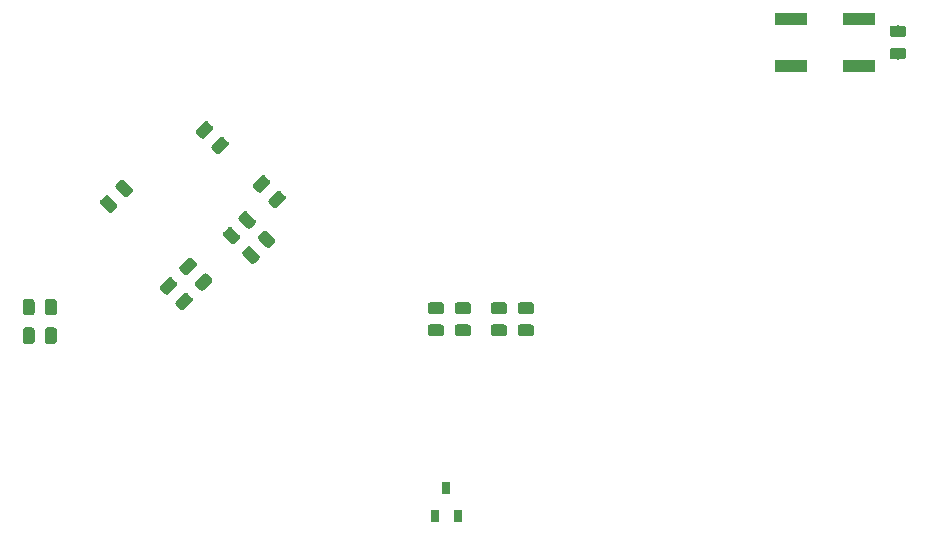
<source format=gbr>
G04 #@! TF.GenerationSoftware,KiCad,Pcbnew,(5.1.4)-1*
G04 #@! TF.CreationDate,2019-09-21T14:34:18-05:00*
G04 #@! TF.ProjectId,BPSDisplay,42505344-6973-4706-9c61-792e6b696361,rev?*
G04 #@! TF.SameCoordinates,Original*
G04 #@! TF.FileFunction,Paste,Bot*
G04 #@! TF.FilePolarity,Positive*
%FSLAX46Y46*%
G04 Gerber Fmt 4.6, Leading zero omitted, Abs format (unit mm)*
G04 Created by KiCad (PCBNEW (5.1.4)-1) date 2019-09-21 14:34:18*
%MOMM*%
%LPD*%
G04 APERTURE LIST*
%ADD10C,0.150000*%
%ADD11C,0.975000*%
%ADD12R,2.750000X1.000000*%
%ADD13R,0.700000X1.000000*%
G04 APERTURE END LIST*
D10*
G36*
X225475065Y-110936362D02*
G01*
X225498726Y-110939872D01*
X225521930Y-110945684D01*
X225544452Y-110953742D01*
X225566076Y-110963970D01*
X225586593Y-110976267D01*
X225605806Y-110990517D01*
X225623530Y-111006581D01*
X225968245Y-111351296D01*
X225984309Y-111369020D01*
X225998559Y-111388233D01*
X226010856Y-111408750D01*
X226021084Y-111430374D01*
X226029142Y-111452896D01*
X226034954Y-111476100D01*
X226038464Y-111499761D01*
X226039638Y-111523653D01*
X226038464Y-111547545D01*
X226034954Y-111571206D01*
X226029142Y-111594410D01*
X226021084Y-111616932D01*
X226010856Y-111638556D01*
X225998559Y-111659073D01*
X225984309Y-111678286D01*
X225968245Y-111696010D01*
X225323010Y-112341245D01*
X225305286Y-112357309D01*
X225286073Y-112371559D01*
X225265556Y-112383856D01*
X225243932Y-112394084D01*
X225221410Y-112402142D01*
X225198206Y-112407954D01*
X225174545Y-112411464D01*
X225150653Y-112412638D01*
X225126761Y-112411464D01*
X225103100Y-112407954D01*
X225079896Y-112402142D01*
X225057374Y-112394084D01*
X225035750Y-112383856D01*
X225015233Y-112371559D01*
X224996020Y-112357309D01*
X224978296Y-112341245D01*
X224633581Y-111996530D01*
X224617517Y-111978806D01*
X224603267Y-111959593D01*
X224590970Y-111939076D01*
X224580742Y-111917452D01*
X224572684Y-111894930D01*
X224566872Y-111871726D01*
X224563362Y-111848065D01*
X224562188Y-111824173D01*
X224563362Y-111800281D01*
X224566872Y-111776620D01*
X224572684Y-111753416D01*
X224580742Y-111730894D01*
X224590970Y-111709270D01*
X224603267Y-111688753D01*
X224617517Y-111669540D01*
X224633581Y-111651816D01*
X225278816Y-111006581D01*
X225296540Y-110990517D01*
X225315753Y-110976267D01*
X225336270Y-110963970D01*
X225357894Y-110953742D01*
X225380416Y-110945684D01*
X225403620Y-110939872D01*
X225427281Y-110936362D01*
X225451173Y-110935188D01*
X225475065Y-110936362D01*
X225475065Y-110936362D01*
G37*
D11*
X225300913Y-111673913D03*
D10*
G36*
X224149239Y-109610536D02*
G01*
X224172900Y-109614046D01*
X224196104Y-109619858D01*
X224218626Y-109627916D01*
X224240250Y-109638144D01*
X224260767Y-109650441D01*
X224279980Y-109664691D01*
X224297704Y-109680755D01*
X224642419Y-110025470D01*
X224658483Y-110043194D01*
X224672733Y-110062407D01*
X224685030Y-110082924D01*
X224695258Y-110104548D01*
X224703316Y-110127070D01*
X224709128Y-110150274D01*
X224712638Y-110173935D01*
X224713812Y-110197827D01*
X224712638Y-110221719D01*
X224709128Y-110245380D01*
X224703316Y-110268584D01*
X224695258Y-110291106D01*
X224685030Y-110312730D01*
X224672733Y-110333247D01*
X224658483Y-110352460D01*
X224642419Y-110370184D01*
X223997184Y-111015419D01*
X223979460Y-111031483D01*
X223960247Y-111045733D01*
X223939730Y-111058030D01*
X223918106Y-111068258D01*
X223895584Y-111076316D01*
X223872380Y-111082128D01*
X223848719Y-111085638D01*
X223824827Y-111086812D01*
X223800935Y-111085638D01*
X223777274Y-111082128D01*
X223754070Y-111076316D01*
X223731548Y-111068258D01*
X223709924Y-111058030D01*
X223689407Y-111045733D01*
X223670194Y-111031483D01*
X223652470Y-111015419D01*
X223307755Y-110670704D01*
X223291691Y-110652980D01*
X223277441Y-110633767D01*
X223265144Y-110613250D01*
X223254916Y-110591626D01*
X223246858Y-110569104D01*
X223241046Y-110545900D01*
X223237536Y-110522239D01*
X223236362Y-110498347D01*
X223237536Y-110474455D01*
X223241046Y-110450794D01*
X223246858Y-110427590D01*
X223254916Y-110405068D01*
X223265144Y-110383444D01*
X223277441Y-110362927D01*
X223291691Y-110343714D01*
X223307755Y-110325990D01*
X223952990Y-109680755D01*
X223970714Y-109664691D01*
X223989927Y-109650441D01*
X224010444Y-109638144D01*
X224032068Y-109627916D01*
X224054590Y-109619858D01*
X224077794Y-109614046D01*
X224101455Y-109610536D01*
X224125347Y-109609362D01*
X224149239Y-109610536D01*
X224149239Y-109610536D01*
G37*
D11*
X223975087Y-110348087D03*
D10*
G36*
X217601065Y-119572362D02*
G01*
X217624726Y-119575872D01*
X217647930Y-119581684D01*
X217670452Y-119589742D01*
X217692076Y-119599970D01*
X217712593Y-119612267D01*
X217731806Y-119626517D01*
X217749530Y-119642581D01*
X218094245Y-119987296D01*
X218110309Y-120005020D01*
X218124559Y-120024233D01*
X218136856Y-120044750D01*
X218147084Y-120066374D01*
X218155142Y-120088896D01*
X218160954Y-120112100D01*
X218164464Y-120135761D01*
X218165638Y-120159653D01*
X218164464Y-120183545D01*
X218160954Y-120207206D01*
X218155142Y-120230410D01*
X218147084Y-120252932D01*
X218136856Y-120274556D01*
X218124559Y-120295073D01*
X218110309Y-120314286D01*
X218094245Y-120332010D01*
X217449010Y-120977245D01*
X217431286Y-120993309D01*
X217412073Y-121007559D01*
X217391556Y-121019856D01*
X217369932Y-121030084D01*
X217347410Y-121038142D01*
X217324206Y-121043954D01*
X217300545Y-121047464D01*
X217276653Y-121048638D01*
X217252761Y-121047464D01*
X217229100Y-121043954D01*
X217205896Y-121038142D01*
X217183374Y-121030084D01*
X217161750Y-121019856D01*
X217141233Y-121007559D01*
X217122020Y-120993309D01*
X217104296Y-120977245D01*
X216759581Y-120632530D01*
X216743517Y-120614806D01*
X216729267Y-120595593D01*
X216716970Y-120575076D01*
X216706742Y-120553452D01*
X216698684Y-120530930D01*
X216692872Y-120507726D01*
X216689362Y-120484065D01*
X216688188Y-120460173D01*
X216689362Y-120436281D01*
X216692872Y-120412620D01*
X216698684Y-120389416D01*
X216706742Y-120366894D01*
X216716970Y-120345270D01*
X216729267Y-120324753D01*
X216743517Y-120305540D01*
X216759581Y-120287816D01*
X217404816Y-119642581D01*
X217422540Y-119626517D01*
X217441753Y-119612267D01*
X217462270Y-119599970D01*
X217483894Y-119589742D01*
X217506416Y-119581684D01*
X217529620Y-119575872D01*
X217553281Y-119572362D01*
X217577173Y-119571188D01*
X217601065Y-119572362D01*
X217601065Y-119572362D01*
G37*
D11*
X217426913Y-120309913D03*
D10*
G36*
X216275239Y-118246536D02*
G01*
X216298900Y-118250046D01*
X216322104Y-118255858D01*
X216344626Y-118263916D01*
X216366250Y-118274144D01*
X216386767Y-118286441D01*
X216405980Y-118300691D01*
X216423704Y-118316755D01*
X216768419Y-118661470D01*
X216784483Y-118679194D01*
X216798733Y-118698407D01*
X216811030Y-118718924D01*
X216821258Y-118740548D01*
X216829316Y-118763070D01*
X216835128Y-118786274D01*
X216838638Y-118809935D01*
X216839812Y-118833827D01*
X216838638Y-118857719D01*
X216835128Y-118881380D01*
X216829316Y-118904584D01*
X216821258Y-118927106D01*
X216811030Y-118948730D01*
X216798733Y-118969247D01*
X216784483Y-118988460D01*
X216768419Y-119006184D01*
X216123184Y-119651419D01*
X216105460Y-119667483D01*
X216086247Y-119681733D01*
X216065730Y-119694030D01*
X216044106Y-119704258D01*
X216021584Y-119712316D01*
X215998380Y-119718128D01*
X215974719Y-119721638D01*
X215950827Y-119722812D01*
X215926935Y-119721638D01*
X215903274Y-119718128D01*
X215880070Y-119712316D01*
X215857548Y-119704258D01*
X215835924Y-119694030D01*
X215815407Y-119681733D01*
X215796194Y-119667483D01*
X215778470Y-119651419D01*
X215433755Y-119306704D01*
X215417691Y-119288980D01*
X215403441Y-119269767D01*
X215391144Y-119249250D01*
X215380916Y-119227626D01*
X215372858Y-119205104D01*
X215367046Y-119181900D01*
X215363536Y-119158239D01*
X215362362Y-119134347D01*
X215363536Y-119110455D01*
X215367046Y-119086794D01*
X215372858Y-119063590D01*
X215380916Y-119041068D01*
X215391144Y-119019444D01*
X215403441Y-118998927D01*
X215417691Y-118979714D01*
X215433755Y-118961990D01*
X216078990Y-118316755D01*
X216096714Y-118300691D01*
X216115927Y-118286441D01*
X216136444Y-118274144D01*
X216158068Y-118263916D01*
X216180590Y-118255858D01*
X216203794Y-118250046D01*
X216227455Y-118246536D01*
X216251347Y-118245362D01*
X216275239Y-118246536D01*
X216275239Y-118246536D01*
G37*
D11*
X216101087Y-118984087D03*
D10*
G36*
X219323239Y-105038536D02*
G01*
X219346900Y-105042046D01*
X219370104Y-105047858D01*
X219392626Y-105055916D01*
X219414250Y-105066144D01*
X219434767Y-105078441D01*
X219453980Y-105092691D01*
X219471704Y-105108755D01*
X219816419Y-105453470D01*
X219832483Y-105471194D01*
X219846733Y-105490407D01*
X219859030Y-105510924D01*
X219869258Y-105532548D01*
X219877316Y-105555070D01*
X219883128Y-105578274D01*
X219886638Y-105601935D01*
X219887812Y-105625827D01*
X219886638Y-105649719D01*
X219883128Y-105673380D01*
X219877316Y-105696584D01*
X219869258Y-105719106D01*
X219859030Y-105740730D01*
X219846733Y-105761247D01*
X219832483Y-105780460D01*
X219816419Y-105798184D01*
X219171184Y-106443419D01*
X219153460Y-106459483D01*
X219134247Y-106473733D01*
X219113730Y-106486030D01*
X219092106Y-106496258D01*
X219069584Y-106504316D01*
X219046380Y-106510128D01*
X219022719Y-106513638D01*
X218998827Y-106514812D01*
X218974935Y-106513638D01*
X218951274Y-106510128D01*
X218928070Y-106504316D01*
X218905548Y-106496258D01*
X218883924Y-106486030D01*
X218863407Y-106473733D01*
X218844194Y-106459483D01*
X218826470Y-106443419D01*
X218481755Y-106098704D01*
X218465691Y-106080980D01*
X218451441Y-106061767D01*
X218439144Y-106041250D01*
X218428916Y-106019626D01*
X218420858Y-105997104D01*
X218415046Y-105973900D01*
X218411536Y-105950239D01*
X218410362Y-105926347D01*
X218411536Y-105902455D01*
X218415046Y-105878794D01*
X218420858Y-105855590D01*
X218428916Y-105833068D01*
X218439144Y-105811444D01*
X218451441Y-105790927D01*
X218465691Y-105771714D01*
X218481755Y-105753990D01*
X219126990Y-105108755D01*
X219144714Y-105092691D01*
X219163927Y-105078441D01*
X219184444Y-105066144D01*
X219206068Y-105055916D01*
X219228590Y-105047858D01*
X219251794Y-105042046D01*
X219275455Y-105038536D01*
X219299347Y-105037362D01*
X219323239Y-105038536D01*
X219323239Y-105038536D01*
G37*
D11*
X219149087Y-105776087D03*
D10*
G36*
X220649065Y-106364362D02*
G01*
X220672726Y-106367872D01*
X220695930Y-106373684D01*
X220718452Y-106381742D01*
X220740076Y-106391970D01*
X220760593Y-106404267D01*
X220779806Y-106418517D01*
X220797530Y-106434581D01*
X221142245Y-106779296D01*
X221158309Y-106797020D01*
X221172559Y-106816233D01*
X221184856Y-106836750D01*
X221195084Y-106858374D01*
X221203142Y-106880896D01*
X221208954Y-106904100D01*
X221212464Y-106927761D01*
X221213638Y-106951653D01*
X221212464Y-106975545D01*
X221208954Y-106999206D01*
X221203142Y-107022410D01*
X221195084Y-107044932D01*
X221184856Y-107066556D01*
X221172559Y-107087073D01*
X221158309Y-107106286D01*
X221142245Y-107124010D01*
X220497010Y-107769245D01*
X220479286Y-107785309D01*
X220460073Y-107799559D01*
X220439556Y-107811856D01*
X220417932Y-107822084D01*
X220395410Y-107830142D01*
X220372206Y-107835954D01*
X220348545Y-107839464D01*
X220324653Y-107840638D01*
X220300761Y-107839464D01*
X220277100Y-107835954D01*
X220253896Y-107830142D01*
X220231374Y-107822084D01*
X220209750Y-107811856D01*
X220189233Y-107799559D01*
X220170020Y-107785309D01*
X220152296Y-107769245D01*
X219807581Y-107424530D01*
X219791517Y-107406806D01*
X219777267Y-107387593D01*
X219764970Y-107367076D01*
X219754742Y-107345452D01*
X219746684Y-107322930D01*
X219740872Y-107299726D01*
X219737362Y-107276065D01*
X219736188Y-107252173D01*
X219737362Y-107228281D01*
X219740872Y-107204620D01*
X219746684Y-107181416D01*
X219754742Y-107158894D01*
X219764970Y-107137270D01*
X219777267Y-107116753D01*
X219791517Y-107097540D01*
X219807581Y-107079816D01*
X220452816Y-106434581D01*
X220470540Y-106418517D01*
X220489753Y-106404267D01*
X220510270Y-106391970D01*
X220531894Y-106381742D01*
X220554416Y-106373684D01*
X220577620Y-106367872D01*
X220601281Y-106364362D01*
X220625173Y-106363188D01*
X220649065Y-106364362D01*
X220649065Y-106364362D01*
G37*
D11*
X220474913Y-107101913D03*
D10*
G36*
X210894719Y-111317362D02*
G01*
X210918380Y-111320872D01*
X210941584Y-111326684D01*
X210964106Y-111334742D01*
X210985730Y-111344970D01*
X211006247Y-111357267D01*
X211025460Y-111371517D01*
X211043184Y-111387581D01*
X211688419Y-112032816D01*
X211704483Y-112050540D01*
X211718733Y-112069753D01*
X211731030Y-112090270D01*
X211741258Y-112111894D01*
X211749316Y-112134416D01*
X211755128Y-112157620D01*
X211758638Y-112181281D01*
X211759812Y-112205173D01*
X211758638Y-112229065D01*
X211755128Y-112252726D01*
X211749316Y-112275930D01*
X211741258Y-112298452D01*
X211731030Y-112320076D01*
X211718733Y-112340593D01*
X211704483Y-112359806D01*
X211688419Y-112377530D01*
X211343704Y-112722245D01*
X211325980Y-112738309D01*
X211306767Y-112752559D01*
X211286250Y-112764856D01*
X211264626Y-112775084D01*
X211242104Y-112783142D01*
X211218900Y-112788954D01*
X211195239Y-112792464D01*
X211171347Y-112793638D01*
X211147455Y-112792464D01*
X211123794Y-112788954D01*
X211100590Y-112783142D01*
X211078068Y-112775084D01*
X211056444Y-112764856D01*
X211035927Y-112752559D01*
X211016714Y-112738309D01*
X210998990Y-112722245D01*
X210353755Y-112077010D01*
X210337691Y-112059286D01*
X210323441Y-112040073D01*
X210311144Y-112019556D01*
X210300916Y-111997932D01*
X210292858Y-111975410D01*
X210287046Y-111952206D01*
X210283536Y-111928545D01*
X210282362Y-111904653D01*
X210283536Y-111880761D01*
X210287046Y-111857100D01*
X210292858Y-111833896D01*
X210300916Y-111811374D01*
X210311144Y-111789750D01*
X210323441Y-111769233D01*
X210337691Y-111750020D01*
X210353755Y-111732296D01*
X210698470Y-111387581D01*
X210716194Y-111371517D01*
X210735407Y-111357267D01*
X210755924Y-111344970D01*
X210777548Y-111334742D01*
X210800070Y-111326684D01*
X210823274Y-111320872D01*
X210846935Y-111317362D01*
X210870827Y-111316188D01*
X210894719Y-111317362D01*
X210894719Y-111317362D01*
G37*
D11*
X211021087Y-112054913D03*
D10*
G36*
X212220545Y-109991536D02*
G01*
X212244206Y-109995046D01*
X212267410Y-110000858D01*
X212289932Y-110008916D01*
X212311556Y-110019144D01*
X212332073Y-110031441D01*
X212351286Y-110045691D01*
X212369010Y-110061755D01*
X213014245Y-110706990D01*
X213030309Y-110724714D01*
X213044559Y-110743927D01*
X213056856Y-110764444D01*
X213067084Y-110786068D01*
X213075142Y-110808590D01*
X213080954Y-110831794D01*
X213084464Y-110855455D01*
X213085638Y-110879347D01*
X213084464Y-110903239D01*
X213080954Y-110926900D01*
X213075142Y-110950104D01*
X213067084Y-110972626D01*
X213056856Y-110994250D01*
X213044559Y-111014767D01*
X213030309Y-111033980D01*
X213014245Y-111051704D01*
X212669530Y-111396419D01*
X212651806Y-111412483D01*
X212632593Y-111426733D01*
X212612076Y-111439030D01*
X212590452Y-111449258D01*
X212567930Y-111457316D01*
X212544726Y-111463128D01*
X212521065Y-111466638D01*
X212497173Y-111467812D01*
X212473281Y-111466638D01*
X212449620Y-111463128D01*
X212426416Y-111457316D01*
X212403894Y-111449258D01*
X212382270Y-111439030D01*
X212361753Y-111426733D01*
X212342540Y-111412483D01*
X212324816Y-111396419D01*
X211679581Y-110751184D01*
X211663517Y-110733460D01*
X211649267Y-110714247D01*
X211636970Y-110693730D01*
X211626742Y-110672106D01*
X211618684Y-110649584D01*
X211612872Y-110626380D01*
X211609362Y-110602719D01*
X211608188Y-110578827D01*
X211609362Y-110554935D01*
X211612872Y-110531274D01*
X211618684Y-110508070D01*
X211626742Y-110485548D01*
X211636970Y-110463924D01*
X211649267Y-110443407D01*
X211663517Y-110424194D01*
X211679581Y-110406470D01*
X212024296Y-110061755D01*
X212042020Y-110045691D01*
X212061233Y-110031441D01*
X212081750Y-110019144D01*
X212103374Y-110008916D01*
X212125896Y-110000858D01*
X212149100Y-109995046D01*
X212172761Y-109991536D01*
X212196653Y-109990362D01*
X212220545Y-109991536D01*
X212220545Y-109991536D01*
G37*
D11*
X212346913Y-110729087D03*
D10*
G36*
X219252065Y-117921362D02*
G01*
X219275726Y-117924872D01*
X219298930Y-117930684D01*
X219321452Y-117938742D01*
X219343076Y-117948970D01*
X219363593Y-117961267D01*
X219382806Y-117975517D01*
X219400530Y-117991581D01*
X219745245Y-118336296D01*
X219761309Y-118354020D01*
X219775559Y-118373233D01*
X219787856Y-118393750D01*
X219798084Y-118415374D01*
X219806142Y-118437896D01*
X219811954Y-118461100D01*
X219815464Y-118484761D01*
X219816638Y-118508653D01*
X219815464Y-118532545D01*
X219811954Y-118556206D01*
X219806142Y-118579410D01*
X219798084Y-118601932D01*
X219787856Y-118623556D01*
X219775559Y-118644073D01*
X219761309Y-118663286D01*
X219745245Y-118681010D01*
X219100010Y-119326245D01*
X219082286Y-119342309D01*
X219063073Y-119356559D01*
X219042556Y-119368856D01*
X219020932Y-119379084D01*
X218998410Y-119387142D01*
X218975206Y-119392954D01*
X218951545Y-119396464D01*
X218927653Y-119397638D01*
X218903761Y-119396464D01*
X218880100Y-119392954D01*
X218856896Y-119387142D01*
X218834374Y-119379084D01*
X218812750Y-119368856D01*
X218792233Y-119356559D01*
X218773020Y-119342309D01*
X218755296Y-119326245D01*
X218410581Y-118981530D01*
X218394517Y-118963806D01*
X218380267Y-118944593D01*
X218367970Y-118924076D01*
X218357742Y-118902452D01*
X218349684Y-118879930D01*
X218343872Y-118856726D01*
X218340362Y-118833065D01*
X218339188Y-118809173D01*
X218340362Y-118785281D01*
X218343872Y-118761620D01*
X218349684Y-118738416D01*
X218357742Y-118715894D01*
X218367970Y-118694270D01*
X218380267Y-118673753D01*
X218394517Y-118654540D01*
X218410581Y-118636816D01*
X219055816Y-117991581D01*
X219073540Y-117975517D01*
X219092753Y-117961267D01*
X219113270Y-117948970D01*
X219134894Y-117938742D01*
X219157416Y-117930684D01*
X219180620Y-117924872D01*
X219204281Y-117921362D01*
X219228173Y-117920188D01*
X219252065Y-117921362D01*
X219252065Y-117921362D01*
G37*
D11*
X219077913Y-118658913D03*
D10*
G36*
X217926239Y-116595536D02*
G01*
X217949900Y-116599046D01*
X217973104Y-116604858D01*
X217995626Y-116612916D01*
X218017250Y-116623144D01*
X218037767Y-116635441D01*
X218056980Y-116649691D01*
X218074704Y-116665755D01*
X218419419Y-117010470D01*
X218435483Y-117028194D01*
X218449733Y-117047407D01*
X218462030Y-117067924D01*
X218472258Y-117089548D01*
X218480316Y-117112070D01*
X218486128Y-117135274D01*
X218489638Y-117158935D01*
X218490812Y-117182827D01*
X218489638Y-117206719D01*
X218486128Y-117230380D01*
X218480316Y-117253584D01*
X218472258Y-117276106D01*
X218462030Y-117297730D01*
X218449733Y-117318247D01*
X218435483Y-117337460D01*
X218419419Y-117355184D01*
X217774184Y-118000419D01*
X217756460Y-118016483D01*
X217737247Y-118030733D01*
X217716730Y-118043030D01*
X217695106Y-118053258D01*
X217672584Y-118061316D01*
X217649380Y-118067128D01*
X217625719Y-118070638D01*
X217601827Y-118071812D01*
X217577935Y-118070638D01*
X217554274Y-118067128D01*
X217531070Y-118061316D01*
X217508548Y-118053258D01*
X217486924Y-118043030D01*
X217466407Y-118030733D01*
X217447194Y-118016483D01*
X217429470Y-118000419D01*
X217084755Y-117655704D01*
X217068691Y-117637980D01*
X217054441Y-117618767D01*
X217042144Y-117598250D01*
X217031916Y-117576626D01*
X217023858Y-117554104D01*
X217018046Y-117530900D01*
X217014536Y-117507239D01*
X217013362Y-117483347D01*
X217014536Y-117459455D01*
X217018046Y-117435794D01*
X217023858Y-117412590D01*
X217031916Y-117390068D01*
X217042144Y-117368444D01*
X217054441Y-117347927D01*
X217068691Y-117328714D01*
X217084755Y-117310990D01*
X217729990Y-116665755D01*
X217747714Y-116649691D01*
X217766927Y-116635441D01*
X217787444Y-116623144D01*
X217809068Y-116612916D01*
X217831590Y-116604858D01*
X217854794Y-116599046D01*
X217878455Y-116595536D01*
X217902347Y-116594362D01*
X217926239Y-116595536D01*
X217926239Y-116595536D01*
G37*
D11*
X217752087Y-117333087D03*
D10*
G36*
X222959719Y-115635362D02*
G01*
X222983380Y-115638872D01*
X223006584Y-115644684D01*
X223029106Y-115652742D01*
X223050730Y-115662970D01*
X223071247Y-115675267D01*
X223090460Y-115689517D01*
X223108184Y-115705581D01*
X223753419Y-116350816D01*
X223769483Y-116368540D01*
X223783733Y-116387753D01*
X223796030Y-116408270D01*
X223806258Y-116429894D01*
X223814316Y-116452416D01*
X223820128Y-116475620D01*
X223823638Y-116499281D01*
X223824812Y-116523173D01*
X223823638Y-116547065D01*
X223820128Y-116570726D01*
X223814316Y-116593930D01*
X223806258Y-116616452D01*
X223796030Y-116638076D01*
X223783733Y-116658593D01*
X223769483Y-116677806D01*
X223753419Y-116695530D01*
X223408704Y-117040245D01*
X223390980Y-117056309D01*
X223371767Y-117070559D01*
X223351250Y-117082856D01*
X223329626Y-117093084D01*
X223307104Y-117101142D01*
X223283900Y-117106954D01*
X223260239Y-117110464D01*
X223236347Y-117111638D01*
X223212455Y-117110464D01*
X223188794Y-117106954D01*
X223165590Y-117101142D01*
X223143068Y-117093084D01*
X223121444Y-117082856D01*
X223100927Y-117070559D01*
X223081714Y-117056309D01*
X223063990Y-117040245D01*
X222418755Y-116395010D01*
X222402691Y-116377286D01*
X222388441Y-116358073D01*
X222376144Y-116337556D01*
X222365916Y-116315932D01*
X222357858Y-116293410D01*
X222352046Y-116270206D01*
X222348536Y-116246545D01*
X222347362Y-116222653D01*
X222348536Y-116198761D01*
X222352046Y-116175100D01*
X222357858Y-116151896D01*
X222365916Y-116129374D01*
X222376144Y-116107750D01*
X222388441Y-116087233D01*
X222402691Y-116068020D01*
X222418755Y-116050296D01*
X222763470Y-115705581D01*
X222781194Y-115689517D01*
X222800407Y-115675267D01*
X222820924Y-115662970D01*
X222842548Y-115652742D01*
X222865070Y-115644684D01*
X222888274Y-115638872D01*
X222911935Y-115635362D01*
X222935827Y-115634188D01*
X222959719Y-115635362D01*
X222959719Y-115635362D01*
G37*
D11*
X223086087Y-116372913D03*
D10*
G36*
X224285545Y-114309536D02*
G01*
X224309206Y-114313046D01*
X224332410Y-114318858D01*
X224354932Y-114326916D01*
X224376556Y-114337144D01*
X224397073Y-114349441D01*
X224416286Y-114363691D01*
X224434010Y-114379755D01*
X225079245Y-115024990D01*
X225095309Y-115042714D01*
X225109559Y-115061927D01*
X225121856Y-115082444D01*
X225132084Y-115104068D01*
X225140142Y-115126590D01*
X225145954Y-115149794D01*
X225149464Y-115173455D01*
X225150638Y-115197347D01*
X225149464Y-115221239D01*
X225145954Y-115244900D01*
X225140142Y-115268104D01*
X225132084Y-115290626D01*
X225121856Y-115312250D01*
X225109559Y-115332767D01*
X225095309Y-115351980D01*
X225079245Y-115369704D01*
X224734530Y-115714419D01*
X224716806Y-115730483D01*
X224697593Y-115744733D01*
X224677076Y-115757030D01*
X224655452Y-115767258D01*
X224632930Y-115775316D01*
X224609726Y-115781128D01*
X224586065Y-115784638D01*
X224562173Y-115785812D01*
X224538281Y-115784638D01*
X224514620Y-115781128D01*
X224491416Y-115775316D01*
X224468894Y-115767258D01*
X224447270Y-115757030D01*
X224426753Y-115744733D01*
X224407540Y-115730483D01*
X224389816Y-115714419D01*
X223744581Y-115069184D01*
X223728517Y-115051460D01*
X223714267Y-115032247D01*
X223701970Y-115011730D01*
X223691742Y-114990106D01*
X223683684Y-114967584D01*
X223677872Y-114944380D01*
X223674362Y-114920719D01*
X223673188Y-114896827D01*
X223674362Y-114872935D01*
X223677872Y-114849274D01*
X223683684Y-114826070D01*
X223691742Y-114803548D01*
X223701970Y-114781924D01*
X223714267Y-114761407D01*
X223728517Y-114742194D01*
X223744581Y-114724470D01*
X224089296Y-114379755D01*
X224107020Y-114363691D01*
X224126233Y-114349441D01*
X224146750Y-114337144D01*
X224168374Y-114326916D01*
X224190896Y-114318858D01*
X224214100Y-114313046D01*
X224237761Y-114309536D01*
X224261653Y-114308362D01*
X224285545Y-114309536D01*
X224285545Y-114309536D01*
G37*
D11*
X224411913Y-115047087D03*
D10*
G36*
X222634545Y-112658536D02*
G01*
X222658206Y-112662046D01*
X222681410Y-112667858D01*
X222703932Y-112675916D01*
X222725556Y-112686144D01*
X222746073Y-112698441D01*
X222765286Y-112712691D01*
X222783010Y-112728755D01*
X223428245Y-113373990D01*
X223444309Y-113391714D01*
X223458559Y-113410927D01*
X223470856Y-113431444D01*
X223481084Y-113453068D01*
X223489142Y-113475590D01*
X223494954Y-113498794D01*
X223498464Y-113522455D01*
X223499638Y-113546347D01*
X223498464Y-113570239D01*
X223494954Y-113593900D01*
X223489142Y-113617104D01*
X223481084Y-113639626D01*
X223470856Y-113661250D01*
X223458559Y-113681767D01*
X223444309Y-113700980D01*
X223428245Y-113718704D01*
X223083530Y-114063419D01*
X223065806Y-114079483D01*
X223046593Y-114093733D01*
X223026076Y-114106030D01*
X223004452Y-114116258D01*
X222981930Y-114124316D01*
X222958726Y-114130128D01*
X222935065Y-114133638D01*
X222911173Y-114134812D01*
X222887281Y-114133638D01*
X222863620Y-114130128D01*
X222840416Y-114124316D01*
X222817894Y-114116258D01*
X222796270Y-114106030D01*
X222775753Y-114093733D01*
X222756540Y-114079483D01*
X222738816Y-114063419D01*
X222093581Y-113418184D01*
X222077517Y-113400460D01*
X222063267Y-113381247D01*
X222050970Y-113360730D01*
X222040742Y-113339106D01*
X222032684Y-113316584D01*
X222026872Y-113293380D01*
X222023362Y-113269719D01*
X222022188Y-113245827D01*
X222023362Y-113221935D01*
X222026872Y-113198274D01*
X222032684Y-113175070D01*
X222040742Y-113152548D01*
X222050970Y-113130924D01*
X222063267Y-113110407D01*
X222077517Y-113091194D01*
X222093581Y-113073470D01*
X222438296Y-112728755D01*
X222456020Y-112712691D01*
X222475233Y-112698441D01*
X222495750Y-112686144D01*
X222517374Y-112675916D01*
X222539896Y-112667858D01*
X222563100Y-112662046D01*
X222586761Y-112658536D01*
X222610653Y-112657362D01*
X222634545Y-112658536D01*
X222634545Y-112658536D01*
G37*
D11*
X222760913Y-113396087D03*
D10*
G36*
X221308719Y-113984362D02*
G01*
X221332380Y-113987872D01*
X221355584Y-113993684D01*
X221378106Y-114001742D01*
X221399730Y-114011970D01*
X221420247Y-114024267D01*
X221439460Y-114038517D01*
X221457184Y-114054581D01*
X222102419Y-114699816D01*
X222118483Y-114717540D01*
X222132733Y-114736753D01*
X222145030Y-114757270D01*
X222155258Y-114778894D01*
X222163316Y-114801416D01*
X222169128Y-114824620D01*
X222172638Y-114848281D01*
X222173812Y-114872173D01*
X222172638Y-114896065D01*
X222169128Y-114919726D01*
X222163316Y-114942930D01*
X222155258Y-114965452D01*
X222145030Y-114987076D01*
X222132733Y-115007593D01*
X222118483Y-115026806D01*
X222102419Y-115044530D01*
X221757704Y-115389245D01*
X221739980Y-115405309D01*
X221720767Y-115419559D01*
X221700250Y-115431856D01*
X221678626Y-115442084D01*
X221656104Y-115450142D01*
X221632900Y-115455954D01*
X221609239Y-115459464D01*
X221585347Y-115460638D01*
X221561455Y-115459464D01*
X221537794Y-115455954D01*
X221514590Y-115450142D01*
X221492068Y-115442084D01*
X221470444Y-115431856D01*
X221449927Y-115419559D01*
X221430714Y-115405309D01*
X221412990Y-115389245D01*
X220767755Y-114744010D01*
X220751691Y-114726286D01*
X220737441Y-114707073D01*
X220725144Y-114686556D01*
X220714916Y-114664932D01*
X220706858Y-114642410D01*
X220701046Y-114619206D01*
X220697536Y-114595545D01*
X220696362Y-114571653D01*
X220697536Y-114547761D01*
X220701046Y-114524100D01*
X220706858Y-114500896D01*
X220714916Y-114478374D01*
X220725144Y-114456750D01*
X220737441Y-114436233D01*
X220751691Y-114417020D01*
X220767755Y-114399296D01*
X221112470Y-114054581D01*
X221130194Y-114038517D01*
X221149407Y-114024267D01*
X221169924Y-114011970D01*
X221191548Y-114001742D01*
X221214070Y-113993684D01*
X221237274Y-113987872D01*
X221260935Y-113984362D01*
X221284827Y-113983188D01*
X221308719Y-113984362D01*
X221308719Y-113984362D01*
G37*
D11*
X221435087Y-114721913D03*
D10*
G36*
X278327542Y-96952574D02*
G01*
X278351203Y-96956084D01*
X278374407Y-96961896D01*
X278396929Y-96969954D01*
X278418553Y-96980182D01*
X278439070Y-96992479D01*
X278458283Y-97006729D01*
X278476007Y-97022793D01*
X278492071Y-97040517D01*
X278506321Y-97059730D01*
X278518618Y-97080247D01*
X278528846Y-97101871D01*
X278536904Y-97124393D01*
X278542716Y-97147597D01*
X278546226Y-97171258D01*
X278547400Y-97195150D01*
X278547400Y-97682650D01*
X278546226Y-97706542D01*
X278542716Y-97730203D01*
X278536904Y-97753407D01*
X278528846Y-97775929D01*
X278518618Y-97797553D01*
X278506321Y-97818070D01*
X278492071Y-97837283D01*
X278476007Y-97855007D01*
X278458283Y-97871071D01*
X278439070Y-97885321D01*
X278418553Y-97897618D01*
X278396929Y-97907846D01*
X278374407Y-97915904D01*
X278351203Y-97921716D01*
X278327542Y-97925226D01*
X278303650Y-97926400D01*
X277391150Y-97926400D01*
X277367258Y-97925226D01*
X277343597Y-97921716D01*
X277320393Y-97915904D01*
X277297871Y-97907846D01*
X277276247Y-97897618D01*
X277255730Y-97885321D01*
X277236517Y-97871071D01*
X277218793Y-97855007D01*
X277202729Y-97837283D01*
X277188479Y-97818070D01*
X277176182Y-97797553D01*
X277165954Y-97775929D01*
X277157896Y-97753407D01*
X277152084Y-97730203D01*
X277148574Y-97706542D01*
X277147400Y-97682650D01*
X277147400Y-97195150D01*
X277148574Y-97171258D01*
X277152084Y-97147597D01*
X277157896Y-97124393D01*
X277165954Y-97101871D01*
X277176182Y-97080247D01*
X277188479Y-97059730D01*
X277202729Y-97040517D01*
X277218793Y-97022793D01*
X277236517Y-97006729D01*
X277255730Y-96992479D01*
X277276247Y-96980182D01*
X277297871Y-96969954D01*
X277320393Y-96961896D01*
X277343597Y-96956084D01*
X277367258Y-96952574D01*
X277391150Y-96951400D01*
X278303650Y-96951400D01*
X278327542Y-96952574D01*
X278327542Y-96952574D01*
G37*
D11*
X277847400Y-97438900D03*
D10*
G36*
X278327542Y-98827574D02*
G01*
X278351203Y-98831084D01*
X278374407Y-98836896D01*
X278396929Y-98844954D01*
X278418553Y-98855182D01*
X278439070Y-98867479D01*
X278458283Y-98881729D01*
X278476007Y-98897793D01*
X278492071Y-98915517D01*
X278506321Y-98934730D01*
X278518618Y-98955247D01*
X278528846Y-98976871D01*
X278536904Y-98999393D01*
X278542716Y-99022597D01*
X278546226Y-99046258D01*
X278547400Y-99070150D01*
X278547400Y-99557650D01*
X278546226Y-99581542D01*
X278542716Y-99605203D01*
X278536904Y-99628407D01*
X278528846Y-99650929D01*
X278518618Y-99672553D01*
X278506321Y-99693070D01*
X278492071Y-99712283D01*
X278476007Y-99730007D01*
X278458283Y-99746071D01*
X278439070Y-99760321D01*
X278418553Y-99772618D01*
X278396929Y-99782846D01*
X278374407Y-99790904D01*
X278351203Y-99796716D01*
X278327542Y-99800226D01*
X278303650Y-99801400D01*
X277391150Y-99801400D01*
X277367258Y-99800226D01*
X277343597Y-99796716D01*
X277320393Y-99790904D01*
X277297871Y-99782846D01*
X277276247Y-99772618D01*
X277255730Y-99760321D01*
X277236517Y-99746071D01*
X277218793Y-99730007D01*
X277202729Y-99712283D01*
X277188479Y-99693070D01*
X277176182Y-99672553D01*
X277165954Y-99650929D01*
X277157896Y-99628407D01*
X277152084Y-99605203D01*
X277148574Y-99581542D01*
X277147400Y-99557650D01*
X277147400Y-99070150D01*
X277148574Y-99046258D01*
X277152084Y-99022597D01*
X277157896Y-98999393D01*
X277165954Y-98976871D01*
X277176182Y-98955247D01*
X277188479Y-98934730D01*
X277202729Y-98915517D01*
X277218793Y-98897793D01*
X277236517Y-98881729D01*
X277255730Y-98867479D01*
X277276247Y-98855182D01*
X277297871Y-98844954D01*
X277320393Y-98836896D01*
X277343597Y-98831084D01*
X277367258Y-98827574D01*
X277391150Y-98826400D01*
X278303650Y-98826400D01*
X278327542Y-98827574D01*
X278327542Y-98827574D01*
G37*
D11*
X277847400Y-99313900D03*
D10*
G36*
X246835142Y-122257174D02*
G01*
X246858803Y-122260684D01*
X246882007Y-122266496D01*
X246904529Y-122274554D01*
X246926153Y-122284782D01*
X246946670Y-122297079D01*
X246965883Y-122311329D01*
X246983607Y-122327393D01*
X246999671Y-122345117D01*
X247013921Y-122364330D01*
X247026218Y-122384847D01*
X247036446Y-122406471D01*
X247044504Y-122428993D01*
X247050316Y-122452197D01*
X247053826Y-122475858D01*
X247055000Y-122499750D01*
X247055000Y-122987250D01*
X247053826Y-123011142D01*
X247050316Y-123034803D01*
X247044504Y-123058007D01*
X247036446Y-123080529D01*
X247026218Y-123102153D01*
X247013921Y-123122670D01*
X246999671Y-123141883D01*
X246983607Y-123159607D01*
X246965883Y-123175671D01*
X246946670Y-123189921D01*
X246926153Y-123202218D01*
X246904529Y-123212446D01*
X246882007Y-123220504D01*
X246858803Y-123226316D01*
X246835142Y-123229826D01*
X246811250Y-123231000D01*
X245898750Y-123231000D01*
X245874858Y-123229826D01*
X245851197Y-123226316D01*
X245827993Y-123220504D01*
X245805471Y-123212446D01*
X245783847Y-123202218D01*
X245763330Y-123189921D01*
X245744117Y-123175671D01*
X245726393Y-123159607D01*
X245710329Y-123141883D01*
X245696079Y-123122670D01*
X245683782Y-123102153D01*
X245673554Y-123080529D01*
X245665496Y-123058007D01*
X245659684Y-123034803D01*
X245656174Y-123011142D01*
X245655000Y-122987250D01*
X245655000Y-122499750D01*
X245656174Y-122475858D01*
X245659684Y-122452197D01*
X245665496Y-122428993D01*
X245673554Y-122406471D01*
X245683782Y-122384847D01*
X245696079Y-122364330D01*
X245710329Y-122345117D01*
X245726393Y-122327393D01*
X245744117Y-122311329D01*
X245763330Y-122297079D01*
X245783847Y-122284782D01*
X245805471Y-122274554D01*
X245827993Y-122266496D01*
X245851197Y-122260684D01*
X245874858Y-122257174D01*
X245898750Y-122256000D01*
X246811250Y-122256000D01*
X246835142Y-122257174D01*
X246835142Y-122257174D01*
G37*
D11*
X246355000Y-122743500D03*
D10*
G36*
X246835142Y-120382174D02*
G01*
X246858803Y-120385684D01*
X246882007Y-120391496D01*
X246904529Y-120399554D01*
X246926153Y-120409782D01*
X246946670Y-120422079D01*
X246965883Y-120436329D01*
X246983607Y-120452393D01*
X246999671Y-120470117D01*
X247013921Y-120489330D01*
X247026218Y-120509847D01*
X247036446Y-120531471D01*
X247044504Y-120553993D01*
X247050316Y-120577197D01*
X247053826Y-120600858D01*
X247055000Y-120624750D01*
X247055000Y-121112250D01*
X247053826Y-121136142D01*
X247050316Y-121159803D01*
X247044504Y-121183007D01*
X247036446Y-121205529D01*
X247026218Y-121227153D01*
X247013921Y-121247670D01*
X246999671Y-121266883D01*
X246983607Y-121284607D01*
X246965883Y-121300671D01*
X246946670Y-121314921D01*
X246926153Y-121327218D01*
X246904529Y-121337446D01*
X246882007Y-121345504D01*
X246858803Y-121351316D01*
X246835142Y-121354826D01*
X246811250Y-121356000D01*
X245898750Y-121356000D01*
X245874858Y-121354826D01*
X245851197Y-121351316D01*
X245827993Y-121345504D01*
X245805471Y-121337446D01*
X245783847Y-121327218D01*
X245763330Y-121314921D01*
X245744117Y-121300671D01*
X245726393Y-121284607D01*
X245710329Y-121266883D01*
X245696079Y-121247670D01*
X245683782Y-121227153D01*
X245673554Y-121205529D01*
X245665496Y-121183007D01*
X245659684Y-121159803D01*
X245656174Y-121136142D01*
X245655000Y-121112250D01*
X245655000Y-120624750D01*
X245656174Y-120600858D01*
X245659684Y-120577197D01*
X245665496Y-120553993D01*
X245673554Y-120531471D01*
X245683782Y-120509847D01*
X245696079Y-120489330D01*
X245710329Y-120470117D01*
X245726393Y-120452393D01*
X245744117Y-120436329D01*
X245763330Y-120422079D01*
X245783847Y-120409782D01*
X245805471Y-120399554D01*
X245827993Y-120391496D01*
X245851197Y-120385684D01*
X245874858Y-120382174D01*
X245898750Y-120381000D01*
X246811250Y-120381000D01*
X246835142Y-120382174D01*
X246835142Y-120382174D01*
G37*
D11*
X246355000Y-120868500D03*
D10*
G36*
X244549142Y-120382174D02*
G01*
X244572803Y-120385684D01*
X244596007Y-120391496D01*
X244618529Y-120399554D01*
X244640153Y-120409782D01*
X244660670Y-120422079D01*
X244679883Y-120436329D01*
X244697607Y-120452393D01*
X244713671Y-120470117D01*
X244727921Y-120489330D01*
X244740218Y-120509847D01*
X244750446Y-120531471D01*
X244758504Y-120553993D01*
X244764316Y-120577197D01*
X244767826Y-120600858D01*
X244769000Y-120624750D01*
X244769000Y-121112250D01*
X244767826Y-121136142D01*
X244764316Y-121159803D01*
X244758504Y-121183007D01*
X244750446Y-121205529D01*
X244740218Y-121227153D01*
X244727921Y-121247670D01*
X244713671Y-121266883D01*
X244697607Y-121284607D01*
X244679883Y-121300671D01*
X244660670Y-121314921D01*
X244640153Y-121327218D01*
X244618529Y-121337446D01*
X244596007Y-121345504D01*
X244572803Y-121351316D01*
X244549142Y-121354826D01*
X244525250Y-121356000D01*
X243612750Y-121356000D01*
X243588858Y-121354826D01*
X243565197Y-121351316D01*
X243541993Y-121345504D01*
X243519471Y-121337446D01*
X243497847Y-121327218D01*
X243477330Y-121314921D01*
X243458117Y-121300671D01*
X243440393Y-121284607D01*
X243424329Y-121266883D01*
X243410079Y-121247670D01*
X243397782Y-121227153D01*
X243387554Y-121205529D01*
X243379496Y-121183007D01*
X243373684Y-121159803D01*
X243370174Y-121136142D01*
X243369000Y-121112250D01*
X243369000Y-120624750D01*
X243370174Y-120600858D01*
X243373684Y-120577197D01*
X243379496Y-120553993D01*
X243387554Y-120531471D01*
X243397782Y-120509847D01*
X243410079Y-120489330D01*
X243424329Y-120470117D01*
X243440393Y-120452393D01*
X243458117Y-120436329D01*
X243477330Y-120422079D01*
X243497847Y-120409782D01*
X243519471Y-120399554D01*
X243541993Y-120391496D01*
X243565197Y-120385684D01*
X243588858Y-120382174D01*
X243612750Y-120381000D01*
X244525250Y-120381000D01*
X244549142Y-120382174D01*
X244549142Y-120382174D01*
G37*
D11*
X244069000Y-120868500D03*
D10*
G36*
X244549142Y-122257174D02*
G01*
X244572803Y-122260684D01*
X244596007Y-122266496D01*
X244618529Y-122274554D01*
X244640153Y-122284782D01*
X244660670Y-122297079D01*
X244679883Y-122311329D01*
X244697607Y-122327393D01*
X244713671Y-122345117D01*
X244727921Y-122364330D01*
X244740218Y-122384847D01*
X244750446Y-122406471D01*
X244758504Y-122428993D01*
X244764316Y-122452197D01*
X244767826Y-122475858D01*
X244769000Y-122499750D01*
X244769000Y-122987250D01*
X244767826Y-123011142D01*
X244764316Y-123034803D01*
X244758504Y-123058007D01*
X244750446Y-123080529D01*
X244740218Y-123102153D01*
X244727921Y-123122670D01*
X244713671Y-123141883D01*
X244697607Y-123159607D01*
X244679883Y-123175671D01*
X244660670Y-123189921D01*
X244640153Y-123202218D01*
X244618529Y-123212446D01*
X244596007Y-123220504D01*
X244572803Y-123226316D01*
X244549142Y-123229826D01*
X244525250Y-123231000D01*
X243612750Y-123231000D01*
X243588858Y-123229826D01*
X243565197Y-123226316D01*
X243541993Y-123220504D01*
X243519471Y-123212446D01*
X243497847Y-123202218D01*
X243477330Y-123189921D01*
X243458117Y-123175671D01*
X243440393Y-123159607D01*
X243424329Y-123141883D01*
X243410079Y-123122670D01*
X243397782Y-123102153D01*
X243387554Y-123080529D01*
X243379496Y-123058007D01*
X243373684Y-123034803D01*
X243370174Y-123011142D01*
X243369000Y-122987250D01*
X243369000Y-122499750D01*
X243370174Y-122475858D01*
X243373684Y-122452197D01*
X243379496Y-122428993D01*
X243387554Y-122406471D01*
X243397782Y-122384847D01*
X243410079Y-122364330D01*
X243424329Y-122345117D01*
X243440393Y-122327393D01*
X243458117Y-122311329D01*
X243477330Y-122297079D01*
X243497847Y-122284782D01*
X243519471Y-122274554D01*
X243541993Y-122266496D01*
X243565197Y-122260684D01*
X243588858Y-122257174D01*
X243612750Y-122256000D01*
X244525250Y-122256000D01*
X244549142Y-122257174D01*
X244549142Y-122257174D01*
G37*
D11*
X244069000Y-122743500D03*
D10*
G36*
X241501142Y-122257174D02*
G01*
X241524803Y-122260684D01*
X241548007Y-122266496D01*
X241570529Y-122274554D01*
X241592153Y-122284782D01*
X241612670Y-122297079D01*
X241631883Y-122311329D01*
X241649607Y-122327393D01*
X241665671Y-122345117D01*
X241679921Y-122364330D01*
X241692218Y-122384847D01*
X241702446Y-122406471D01*
X241710504Y-122428993D01*
X241716316Y-122452197D01*
X241719826Y-122475858D01*
X241721000Y-122499750D01*
X241721000Y-122987250D01*
X241719826Y-123011142D01*
X241716316Y-123034803D01*
X241710504Y-123058007D01*
X241702446Y-123080529D01*
X241692218Y-123102153D01*
X241679921Y-123122670D01*
X241665671Y-123141883D01*
X241649607Y-123159607D01*
X241631883Y-123175671D01*
X241612670Y-123189921D01*
X241592153Y-123202218D01*
X241570529Y-123212446D01*
X241548007Y-123220504D01*
X241524803Y-123226316D01*
X241501142Y-123229826D01*
X241477250Y-123231000D01*
X240564750Y-123231000D01*
X240540858Y-123229826D01*
X240517197Y-123226316D01*
X240493993Y-123220504D01*
X240471471Y-123212446D01*
X240449847Y-123202218D01*
X240429330Y-123189921D01*
X240410117Y-123175671D01*
X240392393Y-123159607D01*
X240376329Y-123141883D01*
X240362079Y-123122670D01*
X240349782Y-123102153D01*
X240339554Y-123080529D01*
X240331496Y-123058007D01*
X240325684Y-123034803D01*
X240322174Y-123011142D01*
X240321000Y-122987250D01*
X240321000Y-122499750D01*
X240322174Y-122475858D01*
X240325684Y-122452197D01*
X240331496Y-122428993D01*
X240339554Y-122406471D01*
X240349782Y-122384847D01*
X240362079Y-122364330D01*
X240376329Y-122345117D01*
X240392393Y-122327393D01*
X240410117Y-122311329D01*
X240429330Y-122297079D01*
X240449847Y-122284782D01*
X240471471Y-122274554D01*
X240493993Y-122266496D01*
X240517197Y-122260684D01*
X240540858Y-122257174D01*
X240564750Y-122256000D01*
X241477250Y-122256000D01*
X241501142Y-122257174D01*
X241501142Y-122257174D01*
G37*
D11*
X241021000Y-122743500D03*
D10*
G36*
X241501142Y-120382174D02*
G01*
X241524803Y-120385684D01*
X241548007Y-120391496D01*
X241570529Y-120399554D01*
X241592153Y-120409782D01*
X241612670Y-120422079D01*
X241631883Y-120436329D01*
X241649607Y-120452393D01*
X241665671Y-120470117D01*
X241679921Y-120489330D01*
X241692218Y-120509847D01*
X241702446Y-120531471D01*
X241710504Y-120553993D01*
X241716316Y-120577197D01*
X241719826Y-120600858D01*
X241721000Y-120624750D01*
X241721000Y-121112250D01*
X241719826Y-121136142D01*
X241716316Y-121159803D01*
X241710504Y-121183007D01*
X241702446Y-121205529D01*
X241692218Y-121227153D01*
X241679921Y-121247670D01*
X241665671Y-121266883D01*
X241649607Y-121284607D01*
X241631883Y-121300671D01*
X241612670Y-121314921D01*
X241592153Y-121327218D01*
X241570529Y-121337446D01*
X241548007Y-121345504D01*
X241524803Y-121351316D01*
X241501142Y-121354826D01*
X241477250Y-121356000D01*
X240564750Y-121356000D01*
X240540858Y-121354826D01*
X240517197Y-121351316D01*
X240493993Y-121345504D01*
X240471471Y-121337446D01*
X240449847Y-121327218D01*
X240429330Y-121314921D01*
X240410117Y-121300671D01*
X240392393Y-121284607D01*
X240376329Y-121266883D01*
X240362079Y-121247670D01*
X240349782Y-121227153D01*
X240339554Y-121205529D01*
X240331496Y-121183007D01*
X240325684Y-121159803D01*
X240322174Y-121136142D01*
X240321000Y-121112250D01*
X240321000Y-120624750D01*
X240322174Y-120600858D01*
X240325684Y-120577197D01*
X240331496Y-120553993D01*
X240339554Y-120531471D01*
X240349782Y-120509847D01*
X240362079Y-120489330D01*
X240376329Y-120470117D01*
X240392393Y-120452393D01*
X240410117Y-120436329D01*
X240429330Y-120422079D01*
X240449847Y-120409782D01*
X240471471Y-120399554D01*
X240493993Y-120391496D01*
X240517197Y-120385684D01*
X240540858Y-120382174D01*
X240564750Y-120381000D01*
X241477250Y-120381000D01*
X241501142Y-120382174D01*
X241501142Y-120382174D01*
G37*
D11*
X241021000Y-120868500D03*
D10*
G36*
X239215142Y-120382174D02*
G01*
X239238803Y-120385684D01*
X239262007Y-120391496D01*
X239284529Y-120399554D01*
X239306153Y-120409782D01*
X239326670Y-120422079D01*
X239345883Y-120436329D01*
X239363607Y-120452393D01*
X239379671Y-120470117D01*
X239393921Y-120489330D01*
X239406218Y-120509847D01*
X239416446Y-120531471D01*
X239424504Y-120553993D01*
X239430316Y-120577197D01*
X239433826Y-120600858D01*
X239435000Y-120624750D01*
X239435000Y-121112250D01*
X239433826Y-121136142D01*
X239430316Y-121159803D01*
X239424504Y-121183007D01*
X239416446Y-121205529D01*
X239406218Y-121227153D01*
X239393921Y-121247670D01*
X239379671Y-121266883D01*
X239363607Y-121284607D01*
X239345883Y-121300671D01*
X239326670Y-121314921D01*
X239306153Y-121327218D01*
X239284529Y-121337446D01*
X239262007Y-121345504D01*
X239238803Y-121351316D01*
X239215142Y-121354826D01*
X239191250Y-121356000D01*
X238278750Y-121356000D01*
X238254858Y-121354826D01*
X238231197Y-121351316D01*
X238207993Y-121345504D01*
X238185471Y-121337446D01*
X238163847Y-121327218D01*
X238143330Y-121314921D01*
X238124117Y-121300671D01*
X238106393Y-121284607D01*
X238090329Y-121266883D01*
X238076079Y-121247670D01*
X238063782Y-121227153D01*
X238053554Y-121205529D01*
X238045496Y-121183007D01*
X238039684Y-121159803D01*
X238036174Y-121136142D01*
X238035000Y-121112250D01*
X238035000Y-120624750D01*
X238036174Y-120600858D01*
X238039684Y-120577197D01*
X238045496Y-120553993D01*
X238053554Y-120531471D01*
X238063782Y-120509847D01*
X238076079Y-120489330D01*
X238090329Y-120470117D01*
X238106393Y-120452393D01*
X238124117Y-120436329D01*
X238143330Y-120422079D01*
X238163847Y-120409782D01*
X238185471Y-120399554D01*
X238207993Y-120391496D01*
X238231197Y-120385684D01*
X238254858Y-120382174D01*
X238278750Y-120381000D01*
X239191250Y-120381000D01*
X239215142Y-120382174D01*
X239215142Y-120382174D01*
G37*
D11*
X238735000Y-120868500D03*
D10*
G36*
X239215142Y-122257174D02*
G01*
X239238803Y-122260684D01*
X239262007Y-122266496D01*
X239284529Y-122274554D01*
X239306153Y-122284782D01*
X239326670Y-122297079D01*
X239345883Y-122311329D01*
X239363607Y-122327393D01*
X239379671Y-122345117D01*
X239393921Y-122364330D01*
X239406218Y-122384847D01*
X239416446Y-122406471D01*
X239424504Y-122428993D01*
X239430316Y-122452197D01*
X239433826Y-122475858D01*
X239435000Y-122499750D01*
X239435000Y-122987250D01*
X239433826Y-123011142D01*
X239430316Y-123034803D01*
X239424504Y-123058007D01*
X239416446Y-123080529D01*
X239406218Y-123102153D01*
X239393921Y-123122670D01*
X239379671Y-123141883D01*
X239363607Y-123159607D01*
X239345883Y-123175671D01*
X239326670Y-123189921D01*
X239306153Y-123202218D01*
X239284529Y-123212446D01*
X239262007Y-123220504D01*
X239238803Y-123226316D01*
X239215142Y-123229826D01*
X239191250Y-123231000D01*
X238278750Y-123231000D01*
X238254858Y-123229826D01*
X238231197Y-123226316D01*
X238207993Y-123220504D01*
X238185471Y-123212446D01*
X238163847Y-123202218D01*
X238143330Y-123189921D01*
X238124117Y-123175671D01*
X238106393Y-123159607D01*
X238090329Y-123141883D01*
X238076079Y-123122670D01*
X238063782Y-123102153D01*
X238053554Y-123080529D01*
X238045496Y-123058007D01*
X238039684Y-123034803D01*
X238036174Y-123011142D01*
X238035000Y-122987250D01*
X238035000Y-122499750D01*
X238036174Y-122475858D01*
X238039684Y-122452197D01*
X238045496Y-122428993D01*
X238053554Y-122406471D01*
X238063782Y-122384847D01*
X238076079Y-122364330D01*
X238090329Y-122345117D01*
X238106393Y-122327393D01*
X238124117Y-122311329D01*
X238143330Y-122297079D01*
X238163847Y-122284782D01*
X238185471Y-122274554D01*
X238207993Y-122266496D01*
X238231197Y-122260684D01*
X238254858Y-122257174D01*
X238278750Y-122256000D01*
X239191250Y-122256000D01*
X239215142Y-122257174D01*
X239215142Y-122257174D01*
G37*
D11*
X238735000Y-122743500D03*
D10*
G36*
X206412142Y-120091174D02*
G01*
X206435803Y-120094684D01*
X206459007Y-120100496D01*
X206481529Y-120108554D01*
X206503153Y-120118782D01*
X206523670Y-120131079D01*
X206542883Y-120145329D01*
X206560607Y-120161393D01*
X206576671Y-120179117D01*
X206590921Y-120198330D01*
X206603218Y-120218847D01*
X206613446Y-120240471D01*
X206621504Y-120262993D01*
X206627316Y-120286197D01*
X206630826Y-120309858D01*
X206632000Y-120333750D01*
X206632000Y-121246250D01*
X206630826Y-121270142D01*
X206627316Y-121293803D01*
X206621504Y-121317007D01*
X206613446Y-121339529D01*
X206603218Y-121361153D01*
X206590921Y-121381670D01*
X206576671Y-121400883D01*
X206560607Y-121418607D01*
X206542883Y-121434671D01*
X206523670Y-121448921D01*
X206503153Y-121461218D01*
X206481529Y-121471446D01*
X206459007Y-121479504D01*
X206435803Y-121485316D01*
X206412142Y-121488826D01*
X206388250Y-121490000D01*
X205900750Y-121490000D01*
X205876858Y-121488826D01*
X205853197Y-121485316D01*
X205829993Y-121479504D01*
X205807471Y-121471446D01*
X205785847Y-121461218D01*
X205765330Y-121448921D01*
X205746117Y-121434671D01*
X205728393Y-121418607D01*
X205712329Y-121400883D01*
X205698079Y-121381670D01*
X205685782Y-121361153D01*
X205675554Y-121339529D01*
X205667496Y-121317007D01*
X205661684Y-121293803D01*
X205658174Y-121270142D01*
X205657000Y-121246250D01*
X205657000Y-120333750D01*
X205658174Y-120309858D01*
X205661684Y-120286197D01*
X205667496Y-120262993D01*
X205675554Y-120240471D01*
X205685782Y-120218847D01*
X205698079Y-120198330D01*
X205712329Y-120179117D01*
X205728393Y-120161393D01*
X205746117Y-120145329D01*
X205765330Y-120131079D01*
X205785847Y-120118782D01*
X205807471Y-120108554D01*
X205829993Y-120100496D01*
X205853197Y-120094684D01*
X205876858Y-120091174D01*
X205900750Y-120090000D01*
X206388250Y-120090000D01*
X206412142Y-120091174D01*
X206412142Y-120091174D01*
G37*
D11*
X206144500Y-120790000D03*
D10*
G36*
X204537142Y-120091174D02*
G01*
X204560803Y-120094684D01*
X204584007Y-120100496D01*
X204606529Y-120108554D01*
X204628153Y-120118782D01*
X204648670Y-120131079D01*
X204667883Y-120145329D01*
X204685607Y-120161393D01*
X204701671Y-120179117D01*
X204715921Y-120198330D01*
X204728218Y-120218847D01*
X204738446Y-120240471D01*
X204746504Y-120262993D01*
X204752316Y-120286197D01*
X204755826Y-120309858D01*
X204757000Y-120333750D01*
X204757000Y-121246250D01*
X204755826Y-121270142D01*
X204752316Y-121293803D01*
X204746504Y-121317007D01*
X204738446Y-121339529D01*
X204728218Y-121361153D01*
X204715921Y-121381670D01*
X204701671Y-121400883D01*
X204685607Y-121418607D01*
X204667883Y-121434671D01*
X204648670Y-121448921D01*
X204628153Y-121461218D01*
X204606529Y-121471446D01*
X204584007Y-121479504D01*
X204560803Y-121485316D01*
X204537142Y-121488826D01*
X204513250Y-121490000D01*
X204025750Y-121490000D01*
X204001858Y-121488826D01*
X203978197Y-121485316D01*
X203954993Y-121479504D01*
X203932471Y-121471446D01*
X203910847Y-121461218D01*
X203890330Y-121448921D01*
X203871117Y-121434671D01*
X203853393Y-121418607D01*
X203837329Y-121400883D01*
X203823079Y-121381670D01*
X203810782Y-121361153D01*
X203800554Y-121339529D01*
X203792496Y-121317007D01*
X203786684Y-121293803D01*
X203783174Y-121270142D01*
X203782000Y-121246250D01*
X203782000Y-120333750D01*
X203783174Y-120309858D01*
X203786684Y-120286197D01*
X203792496Y-120262993D01*
X203800554Y-120240471D01*
X203810782Y-120218847D01*
X203823079Y-120198330D01*
X203837329Y-120179117D01*
X203853393Y-120161393D01*
X203871117Y-120145329D01*
X203890330Y-120131079D01*
X203910847Y-120118782D01*
X203932471Y-120108554D01*
X203954993Y-120100496D01*
X203978197Y-120094684D01*
X204001858Y-120091174D01*
X204025750Y-120090000D01*
X204513250Y-120090000D01*
X204537142Y-120091174D01*
X204537142Y-120091174D01*
G37*
D11*
X204269500Y-120790000D03*
D10*
G36*
X204537142Y-122504174D02*
G01*
X204560803Y-122507684D01*
X204584007Y-122513496D01*
X204606529Y-122521554D01*
X204628153Y-122531782D01*
X204648670Y-122544079D01*
X204667883Y-122558329D01*
X204685607Y-122574393D01*
X204701671Y-122592117D01*
X204715921Y-122611330D01*
X204728218Y-122631847D01*
X204738446Y-122653471D01*
X204746504Y-122675993D01*
X204752316Y-122699197D01*
X204755826Y-122722858D01*
X204757000Y-122746750D01*
X204757000Y-123659250D01*
X204755826Y-123683142D01*
X204752316Y-123706803D01*
X204746504Y-123730007D01*
X204738446Y-123752529D01*
X204728218Y-123774153D01*
X204715921Y-123794670D01*
X204701671Y-123813883D01*
X204685607Y-123831607D01*
X204667883Y-123847671D01*
X204648670Y-123861921D01*
X204628153Y-123874218D01*
X204606529Y-123884446D01*
X204584007Y-123892504D01*
X204560803Y-123898316D01*
X204537142Y-123901826D01*
X204513250Y-123903000D01*
X204025750Y-123903000D01*
X204001858Y-123901826D01*
X203978197Y-123898316D01*
X203954993Y-123892504D01*
X203932471Y-123884446D01*
X203910847Y-123874218D01*
X203890330Y-123861921D01*
X203871117Y-123847671D01*
X203853393Y-123831607D01*
X203837329Y-123813883D01*
X203823079Y-123794670D01*
X203810782Y-123774153D01*
X203800554Y-123752529D01*
X203792496Y-123730007D01*
X203786684Y-123706803D01*
X203783174Y-123683142D01*
X203782000Y-123659250D01*
X203782000Y-122746750D01*
X203783174Y-122722858D01*
X203786684Y-122699197D01*
X203792496Y-122675993D01*
X203800554Y-122653471D01*
X203810782Y-122631847D01*
X203823079Y-122611330D01*
X203837329Y-122592117D01*
X203853393Y-122574393D01*
X203871117Y-122558329D01*
X203890330Y-122544079D01*
X203910847Y-122531782D01*
X203932471Y-122521554D01*
X203954993Y-122513496D01*
X203978197Y-122507684D01*
X204001858Y-122504174D01*
X204025750Y-122503000D01*
X204513250Y-122503000D01*
X204537142Y-122504174D01*
X204537142Y-122504174D01*
G37*
D11*
X204269500Y-123203000D03*
D10*
G36*
X206412142Y-122504174D02*
G01*
X206435803Y-122507684D01*
X206459007Y-122513496D01*
X206481529Y-122521554D01*
X206503153Y-122531782D01*
X206523670Y-122544079D01*
X206542883Y-122558329D01*
X206560607Y-122574393D01*
X206576671Y-122592117D01*
X206590921Y-122611330D01*
X206603218Y-122631847D01*
X206613446Y-122653471D01*
X206621504Y-122675993D01*
X206627316Y-122699197D01*
X206630826Y-122722858D01*
X206632000Y-122746750D01*
X206632000Y-123659250D01*
X206630826Y-123683142D01*
X206627316Y-123706803D01*
X206621504Y-123730007D01*
X206613446Y-123752529D01*
X206603218Y-123774153D01*
X206590921Y-123794670D01*
X206576671Y-123813883D01*
X206560607Y-123831607D01*
X206542883Y-123847671D01*
X206523670Y-123861921D01*
X206503153Y-123874218D01*
X206481529Y-123884446D01*
X206459007Y-123892504D01*
X206435803Y-123898316D01*
X206412142Y-123901826D01*
X206388250Y-123903000D01*
X205900750Y-123903000D01*
X205876858Y-123901826D01*
X205853197Y-123898316D01*
X205829993Y-123892504D01*
X205807471Y-123884446D01*
X205785847Y-123874218D01*
X205765330Y-123861921D01*
X205746117Y-123847671D01*
X205728393Y-123831607D01*
X205712329Y-123813883D01*
X205698079Y-123794670D01*
X205685782Y-123774153D01*
X205675554Y-123752529D01*
X205667496Y-123730007D01*
X205661684Y-123706803D01*
X205658174Y-123683142D01*
X205657000Y-123659250D01*
X205657000Y-122746750D01*
X205658174Y-122722858D01*
X205661684Y-122699197D01*
X205667496Y-122675993D01*
X205675554Y-122653471D01*
X205685782Y-122631847D01*
X205698079Y-122611330D01*
X205712329Y-122592117D01*
X205728393Y-122574393D01*
X205746117Y-122558329D01*
X205765330Y-122544079D01*
X205785847Y-122531782D01*
X205807471Y-122521554D01*
X205829993Y-122513496D01*
X205853197Y-122507684D01*
X205876858Y-122504174D01*
X205900750Y-122503000D01*
X206388250Y-122503000D01*
X206412142Y-122504174D01*
X206412142Y-122504174D01*
G37*
D11*
X206144500Y-123203000D03*
D12*
X268772400Y-100376400D03*
X274522400Y-100376400D03*
X274522400Y-96376400D03*
X268772400Y-96376400D03*
D13*
X240574000Y-138500000D03*
X238674000Y-138500000D03*
X239624000Y-136100000D03*
M02*

</source>
